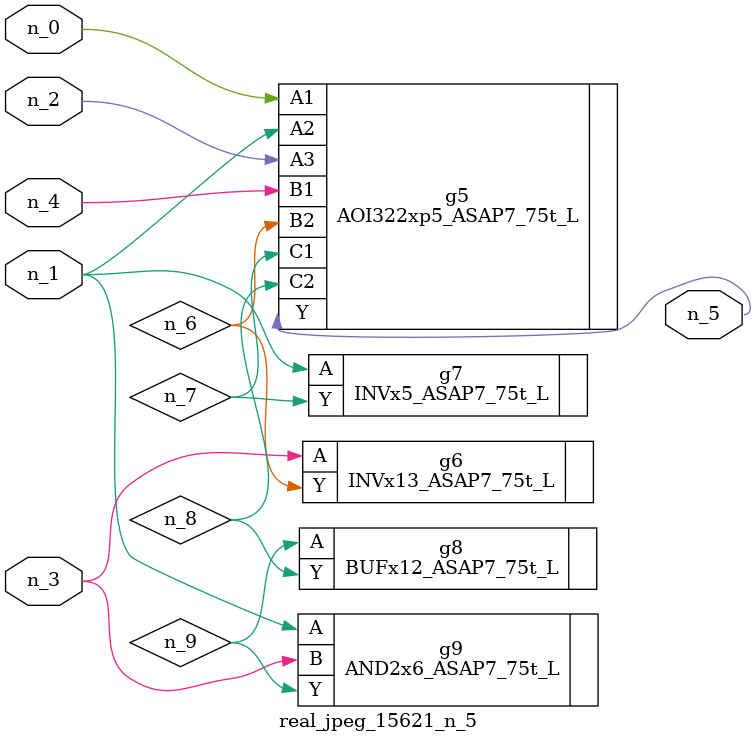
<source format=v>
module real_jpeg_15621_n_5 (n_4, n_0, n_1, n_2, n_3, n_5);

input n_4;
input n_0;
input n_1;
input n_2;
input n_3;

output n_5;

wire n_8;
wire n_6;
wire n_7;
wire n_9;

AOI322xp5_ASAP7_75t_L g5 ( 
.A1(n_0),
.A2(n_1),
.A3(n_2),
.B1(n_4),
.B2(n_6),
.C1(n_7),
.C2(n_8),
.Y(n_5)
);

INVx5_ASAP7_75t_L g7 ( 
.A(n_1),
.Y(n_7)
);

AND2x6_ASAP7_75t_L g9 ( 
.A(n_1),
.B(n_3),
.Y(n_9)
);

INVx13_ASAP7_75t_L g6 ( 
.A(n_3),
.Y(n_6)
);

BUFx12_ASAP7_75t_L g8 ( 
.A(n_9),
.Y(n_8)
);


endmodule
</source>
